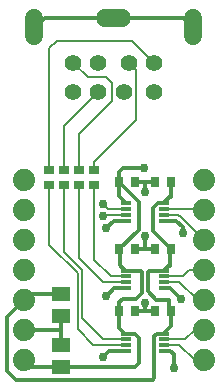
<source format=gbr>
G04 EAGLE Gerber RS-274X export*
G75*
%MOMM*%
%FSLAX34Y34*%
%LPD*%
%INTop Copper*%
%IPPOS*%
%AMOC8*
5,1,8,0,0,1.08239X$1,22.5*%
G01*
%ADD10R,0.850000X0.300000*%
%ADD11C,1.408000*%
%ADD12C,1.500000*%
%ADD13R,0.700000X0.900000*%
%ADD14R,0.900000X0.700000*%
%ADD15R,1.500000X1.300000*%
%ADD16C,1.879600*%
%ADD17C,0.304800*%
%ADD18C,0.762000*%
%ADD19C,0.152400*%


D10*
X108710Y46870D03*
X108710Y41870D03*
X108710Y36870D03*
X108710Y31870D03*
X140210Y31870D03*
X140210Y36870D03*
X140210Y41870D03*
X140210Y46870D03*
D11*
X84790Y276148D03*
X110790Y276148D03*
X63790Y276148D03*
X84790Y251148D03*
X131790Y276148D03*
X63790Y251148D03*
X106790Y251148D03*
X131790Y251148D03*
D12*
X105290Y314148D02*
X90290Y314148D01*
X30290Y313648D02*
X30290Y298648D01*
X165290Y298648D02*
X165290Y313648D01*
D10*
X108710Y100210D03*
X108710Y95210D03*
X108710Y90210D03*
X108710Y85210D03*
X140210Y85210D03*
X140210Y90210D03*
X140210Y95210D03*
X140210Y100210D03*
D13*
X102720Y66040D03*
X115720Y66040D03*
X146200Y66040D03*
X133200Y66040D03*
X102720Y118110D03*
X115720Y118110D03*
X146200Y118110D03*
X133200Y118110D03*
D14*
X55880Y172570D03*
X55880Y185570D03*
X43180Y172570D03*
X43180Y185570D03*
X68580Y172570D03*
X68580Y185570D03*
X81280Y172570D03*
X81280Y185570D03*
D10*
X108710Y157360D03*
X108710Y152360D03*
X108710Y147360D03*
X108710Y142360D03*
X140210Y142360D03*
X140210Y147360D03*
X140210Y152360D03*
X140210Y157360D03*
D13*
X102720Y175260D03*
X115720Y175260D03*
X146200Y175260D03*
X133200Y175260D03*
D15*
X53340Y18440D03*
X53340Y37440D03*
D16*
X173990Y176530D03*
X173990Y151130D03*
X173990Y125730D03*
X173990Y100330D03*
X173990Y74930D03*
X173990Y49530D03*
X173990Y24130D03*
X21590Y176530D03*
X21590Y151130D03*
X21590Y125730D03*
X21590Y100330D03*
X21590Y74930D03*
X21590Y49530D03*
X21590Y24130D03*
D15*
X53340Y80620D03*
X53340Y61620D03*
D17*
X96978Y314198D02*
X97790Y314148D01*
X96978Y314198D02*
X39370Y314198D01*
X156528Y314148D02*
X165290Y306148D01*
X156528Y314148D02*
X97790Y314148D01*
X53340Y49530D02*
X21590Y49530D01*
X53340Y49530D02*
X53340Y61620D01*
X53340Y49530D02*
X53340Y37440D01*
D18*
X124460Y166370D03*
D17*
X124460Y175260D01*
X115720Y175260D01*
X124460Y175260D02*
X133200Y175260D01*
D18*
X124460Y72390D03*
X124460Y129540D03*
D17*
X124460Y118110D02*
X115720Y118110D01*
X124460Y118110D02*
X133200Y118110D01*
X124460Y118110D02*
X124460Y129540D01*
X124460Y72390D02*
X124460Y66040D01*
X115720Y66040D01*
X124460Y66040D02*
X133200Y66040D01*
D18*
X91440Y78740D03*
D17*
X91850Y78740D01*
D18*
X154940Y76200D03*
X91440Y135890D03*
X148590Y17780D03*
X88900Y26670D03*
D17*
X31320Y306148D02*
X39370Y314198D01*
X31320Y306148D02*
X30290Y306148D01*
X97910Y142360D02*
X108710Y142360D01*
X97910Y142360D02*
X91440Y135890D01*
X98320Y85210D02*
X108710Y85210D01*
X98320Y85210D02*
X91850Y78740D01*
X140210Y85210D02*
X145930Y85210D01*
X154940Y76200D01*
X108710Y31870D02*
X94100Y31870D01*
X140210Y31870D02*
X145930Y31870D01*
X148590Y29210D02*
X148590Y17780D01*
X148590Y29210D02*
X145930Y31870D01*
X94100Y31870D02*
X88900Y26670D01*
D18*
X88900Y146050D03*
D19*
X90210Y147360D02*
X108710Y147360D01*
X90210Y147360D02*
X88900Y146050D01*
D18*
X88900Y156210D03*
D19*
X92750Y152360D02*
X108710Y152360D01*
X92750Y152360D02*
X88900Y156210D01*
D17*
X27280Y80620D02*
X21590Y74930D01*
X27280Y80620D02*
X53340Y80620D01*
X21590Y74930D02*
X7620Y60960D01*
X7620Y15240D01*
X15240Y7620D01*
X132080Y8890D02*
X132080Y44450D01*
X146200Y53490D02*
X146200Y66040D01*
X127000Y82700D02*
X127000Y99060D01*
X145230Y103730D02*
X145230Y117140D01*
X146200Y118110D01*
X130810Y133500D01*
X146500Y174960D02*
X146200Y175260D01*
X146500Y174960D02*
X146500Y162150D01*
X130810Y7620D02*
X15240Y7620D01*
X130810Y7620D02*
X132080Y8890D01*
X134060Y75640D02*
X127000Y82700D01*
X144780Y67460D02*
X146200Y66040D01*
X144780Y67460D02*
X144780Y74930D01*
X144070Y75640D01*
X134060Y75640D01*
X140210Y157360D02*
X145000Y162150D01*
X146500Y162150D01*
X135150Y157360D02*
X130810Y153021D01*
X135150Y157360D02*
X140210Y157360D01*
X130810Y153021D02*
X130810Y133500D01*
X143730Y103730D02*
X140210Y100210D01*
X143730Y103730D02*
X145230Y103730D01*
X128150Y100210D02*
X127000Y99060D01*
X128150Y100210D02*
X140210Y100210D01*
X140210Y47500D02*
X140210Y46870D01*
X140210Y47500D02*
X146200Y53490D01*
X134500Y46870D02*
X132080Y44450D01*
X134500Y46870D02*
X140210Y46870D01*
X27280Y18440D02*
X21590Y24130D01*
X27280Y18440D02*
X53340Y18440D01*
X116230Y18440D01*
X119380Y21590D01*
X119380Y43180D01*
X102720Y51360D02*
X102720Y66040D01*
X121920Y81430D02*
X121920Y99060D01*
X102870Y117960D02*
X102720Y118110D01*
X102870Y117960D02*
X102870Y104550D01*
X102720Y118110D02*
X119380Y134770D01*
X119380Y158600D02*
X102720Y175260D01*
X119380Y158600D02*
X119380Y134770D01*
X102720Y73510D02*
X102720Y66040D01*
X105602Y76392D02*
X116882Y76392D01*
X105602Y76392D02*
X102720Y73510D01*
X116882Y76392D02*
X121920Y81430D01*
X102720Y175260D02*
X102720Y184000D01*
X105410Y186690D02*
X123190Y186690D01*
D18*
X123190Y186690D03*
X156210Y132080D03*
D17*
X156210Y136750D01*
X105410Y186690D02*
X102720Y184000D01*
X140210Y142360D02*
X150600Y142360D01*
X156210Y136750D01*
X108710Y157360D02*
X102720Y163350D01*
X102720Y175260D01*
X120770Y100210D02*
X121920Y99060D01*
X120770Y100210D02*
X108710Y100210D01*
X107210Y100210D01*
X102870Y104550D01*
X115690Y46870D02*
X119380Y43180D01*
X115690Y46870D02*
X108710Y46870D01*
X107210Y46870D01*
X102720Y51360D01*
D19*
X43180Y288290D02*
X49530Y294640D01*
X43180Y288290D02*
X43180Y185570D01*
X131790Y276148D02*
X113298Y294640D01*
X49530Y294640D01*
X84790Y251148D02*
X55880Y222238D01*
X55880Y185570D01*
X68580Y185570D02*
X68580Y215900D01*
X96520Y243840D02*
X96520Y259080D01*
X91440Y264160D01*
X75778Y264160D02*
X63790Y276148D01*
X96520Y243840D02*
X68580Y215900D01*
X75778Y264160D02*
X91440Y264160D01*
X81280Y191770D02*
X81280Y185570D01*
X81280Y191770D02*
X116840Y227330D01*
X116840Y270098D02*
X110790Y276148D01*
X116840Y270098D02*
X116840Y227330D01*
X166370Y24130D02*
X173990Y24130D01*
X153630Y36870D02*
X140210Y36870D01*
X153630Y36870D02*
X166370Y24130D01*
X166370Y49530D02*
X173990Y49530D01*
X158710Y41870D02*
X140210Y41870D01*
X158710Y41870D02*
X166370Y49530D01*
X168910Y74930D02*
X173990Y74930D01*
X153630Y90210D02*
X140210Y90210D01*
X153630Y90210D02*
X168910Y74930D01*
X156920Y95960D02*
X158115Y97155D01*
X161290Y100330D01*
X173990Y100330D01*
X156170Y95210D02*
X140210Y95210D01*
X156170Y95210D02*
X156920Y95960D01*
X172760Y152360D02*
X140210Y152360D01*
X172760Y152360D02*
X173990Y151130D01*
X153670Y146050D02*
X153110Y146610D01*
X153670Y146050D02*
X173990Y125730D01*
X152360Y147360D02*
X140210Y147360D01*
X152360Y147360D02*
X153110Y146610D01*
X43180Y121920D02*
X43180Y172570D01*
X67310Y50800D02*
X80645Y37465D01*
X67310Y50800D02*
X67310Y97790D01*
X43180Y121920D01*
X81240Y36870D02*
X108710Y36870D01*
X81240Y36870D02*
X80645Y37465D01*
X71120Y100330D02*
X55880Y115570D01*
X55880Y172570D01*
X71120Y100330D02*
X71120Y59690D01*
X88940Y41870D02*
X108710Y41870D01*
X88940Y41870D02*
X71120Y59690D01*
X88900Y90170D02*
X68580Y110490D01*
X68580Y172570D01*
X88940Y90210D02*
X108710Y90210D01*
X88940Y90210D02*
X88900Y90170D01*
X81280Y109220D02*
X81280Y172570D01*
X95290Y95210D02*
X108710Y95210D01*
X95290Y95210D02*
X81280Y109220D01*
M02*

</source>
